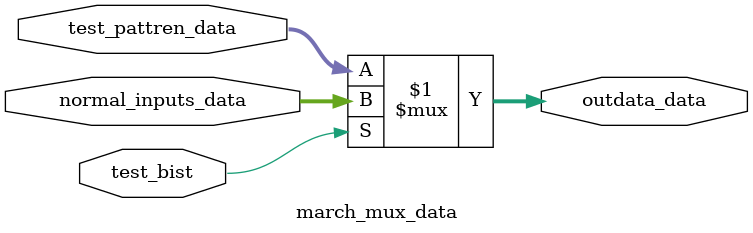
<source format=v>
module march_mux_data(
    normal_inputs_data, 
    test_pattren_data, 
    test_bist, 

    outdata_data
);

input [1:0] normal_inputs_data;
input [1:0] test_pattren_data;
input test_bist;
output [1:0] outdata_data;

wire [1:0]outdata_data;

assign outdata_data = (test_bist)? normal_inputs_data:test_pattren_data;

endmodule
</source>
